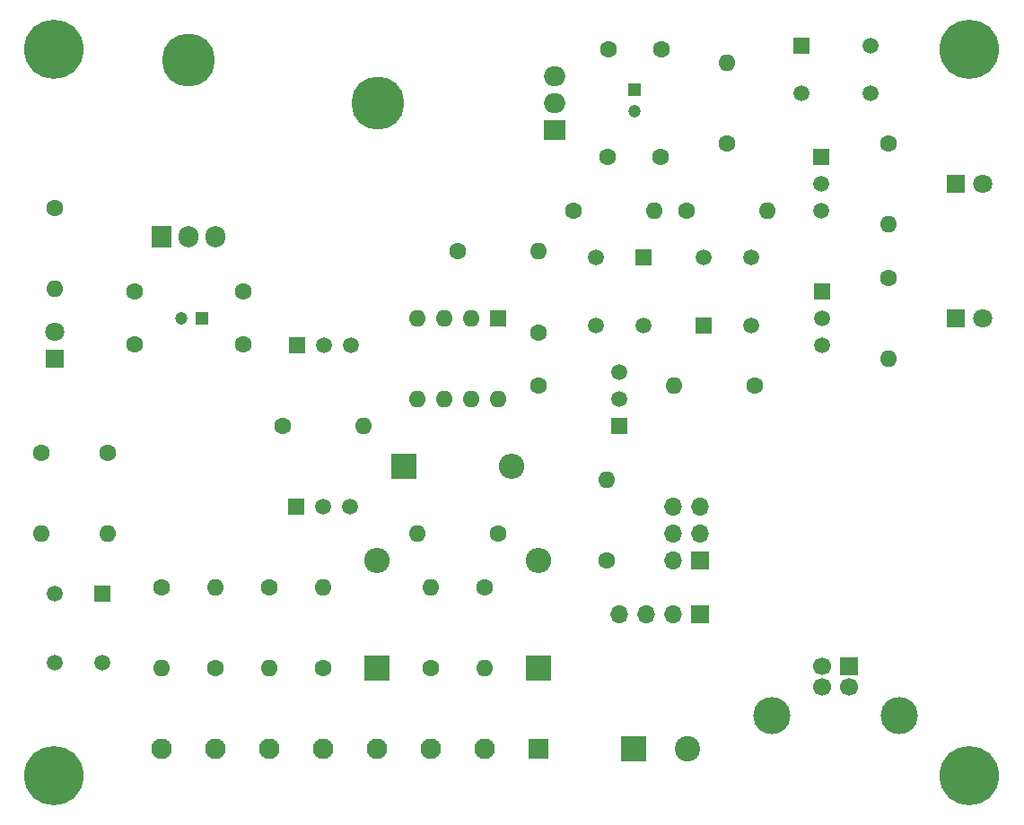
<source format=gbs>
G04 #@! TF.GenerationSoftware,KiCad,Pcbnew,7.0.1*
G04 #@! TF.CreationDate,2023-06-18T22:29:12+02:00*
G04 #@! TF.ProjectId,morsinator-3000,6d6f7273-696e-4617-946f-722d33303030,rev?*
G04 #@! TF.SameCoordinates,Original*
G04 #@! TF.FileFunction,Soldermask,Bot*
G04 #@! TF.FilePolarity,Negative*
%FSLAX46Y46*%
G04 Gerber Fmt 4.6, Leading zero omitted, Abs format (unit mm)*
G04 Created by KiCad (PCBNEW 7.0.1) date 2023-06-18 22:29:12*
%MOMM*%
%LPD*%
G01*
G04 APERTURE LIST*
%ADD10R,1.500000X1.500000*%
%ADD11C,1.500000*%
%ADD12C,5.000000*%
%ADD13R,1.905000X2.000000*%
%ADD14O,1.905000X2.000000*%
%ADD15O,2.000000X1.905000*%
%ADD16R,2.000000X1.905000*%
%ADD17R,2.400000X2.400000*%
%ADD18C,2.400000*%
%ADD19O,2.400000X2.400000*%
%ADD20C,3.600000*%
%ADD21C,5.600000*%
%ADD22C,1.600000*%
%ADD23O,1.600000X1.600000*%
%ADD24R,1.800000X1.800000*%
%ADD25C,1.800000*%
%ADD26R,1.700000X1.700000*%
%ADD27C,1.700000*%
%ADD28C,3.500000*%
%ADD29R,1.200000X1.200000*%
%ADD30C,1.200000*%
%ADD31R,1.950000X1.950000*%
%ADD32C,1.950000*%
%ADD33O,1.700000X1.700000*%
%ADD34R,1.600000X1.600000*%
G04 APERTURE END LIST*
D10*
G04 #@! TO.C,Q5*
X171450000Y-45720000D03*
D11*
X171450000Y-48260000D03*
X171450000Y-50800000D03*
G04 #@! TD*
D12*
G04 #@! TO.C,U1*
X111680000Y-23880000D03*
D13*
X109140000Y-40540000D03*
D14*
X111680000Y-40540000D03*
X114220000Y-40540000D03*
G04 #@! TD*
D15*
G04 #@! TO.C,U4*
X146177000Y-25400000D03*
X146177000Y-27940000D03*
D16*
X146177000Y-30480000D03*
D12*
X129517000Y-27940000D03*
G04 #@! TD*
D10*
G04 #@! TO.C,Q1*
X121793000Y-66040000D03*
D11*
X124333000Y-66040000D03*
X126873000Y-66040000D03*
G04 #@! TD*
D17*
G04 #@! TO.C,J5*
X153670000Y-88900000D03*
D18*
X158750000Y-88900000D03*
G04 #@! TD*
D17*
G04 #@! TO.C,D5*
X129460000Y-81260000D03*
D19*
X129460000Y-71100000D03*
G04 #@! TD*
D20*
G04 #@! TO.C,H1*
X99000000Y-91420000D03*
D21*
X99000000Y-91420000D03*
G04 #@! TD*
D22*
G04 #@! TO.C,R16*
X109140000Y-73640000D03*
D23*
X109140000Y-81260000D03*
G04 #@! TD*
D24*
G04 #@! TO.C,D1*
X99060000Y-52070000D03*
D25*
X99060000Y-49530000D03*
G04 #@! TD*
D22*
G04 #@! TO.C,R7*
X151130000Y-71120000D03*
D23*
X151130000Y-63500000D03*
G04 #@! TD*
D22*
G04 #@! TO.C,C6*
X151300000Y-22840000D03*
X156300000Y-22840000D03*
G04 #@! TD*
G04 #@! TO.C,R8*
X177720000Y-31730000D03*
D23*
X177720000Y-39350000D03*
G04 #@! TD*
D22*
G04 #@! TO.C,R9*
X124380000Y-81260000D03*
D23*
X124380000Y-73640000D03*
G04 #@! TD*
D22*
G04 #@! TO.C,R5*
X147955000Y-38080000D03*
D23*
X155575000Y-38080000D03*
G04 #@! TD*
D10*
G04 #@! TO.C,Q4*
X171390000Y-33000000D03*
D11*
X171390000Y-35540000D03*
X171390000Y-38080000D03*
G04 #@! TD*
D26*
G04 #@! TO.C,J4*
X173970000Y-81052500D03*
D27*
X171470000Y-81052500D03*
X171470000Y-83052500D03*
X173970000Y-83052500D03*
D28*
X178740000Y-85762500D03*
X166700000Y-85762500D03*
G04 #@! TD*
D22*
G04 #@! TO.C,C2*
X116840000Y-45720000D03*
X116840000Y-50720000D03*
G04 #@! TD*
G04 #@! TO.C,R14*
X134540000Y-81260000D03*
D23*
X134540000Y-73640000D03*
G04 #@! TD*
D22*
G04 #@! TO.C,R11*
X97790000Y-60960000D03*
D23*
X97790000Y-68580000D03*
G04 #@! TD*
D29*
G04 #@! TO.C,C3*
X112950000Y-48240000D03*
D30*
X110950000Y-48240000D03*
G04 #@! TD*
D22*
G04 #@! TO.C,R12*
X139620000Y-73640000D03*
D23*
X139620000Y-81260000D03*
G04 #@! TD*
D22*
G04 #@! TO.C,C1*
X106600000Y-45700000D03*
X106600000Y-50700000D03*
G04 #@! TD*
G04 #@! TO.C,R3*
X162500000Y-31730000D03*
D23*
X162500000Y-24110000D03*
G04 #@! TD*
D17*
G04 #@! TO.C,D4*
X132000000Y-62230000D03*
D19*
X142160000Y-62230000D03*
G04 #@! TD*
D22*
G04 #@! TO.C,R13*
X140890000Y-68580000D03*
D23*
X133270000Y-68580000D03*
G04 #@! TD*
D29*
G04 #@! TO.C,C5*
X153760000Y-26650000D03*
D30*
X153760000Y-28650000D03*
G04 #@! TD*
D22*
G04 #@! TO.C,C4*
X151170000Y-33020000D03*
X156170000Y-33020000D03*
G04 #@! TD*
D20*
G04 #@! TO.C,H3*
X185360000Y-22840000D03*
D21*
X185360000Y-22840000D03*
G04 #@! TD*
D10*
G04 #@! TO.C,S2*
X169470000Y-22515000D03*
D11*
X175970000Y-22515000D03*
X169470000Y-27015000D03*
X175970000Y-27015000D03*
G04 #@! TD*
D17*
G04 #@! TO.C,D3*
X144700000Y-81260000D03*
D19*
X144700000Y-71100000D03*
G04 #@! TD*
D10*
G04 #@! TO.C,S1*
X160250000Y-48950000D03*
D11*
X160250000Y-42450000D03*
X164750000Y-48950000D03*
X164750000Y-42450000D03*
G04 #@! TD*
D22*
G04 #@! TO.C,R2*
X99060000Y-37846000D03*
D23*
X99060000Y-45466000D03*
G04 #@! TD*
D20*
G04 #@! TO.C,H4*
X98980000Y-22840000D03*
D21*
X98980000Y-22840000D03*
G04 #@! TD*
D20*
G04 #@! TO.C,H2*
X185360000Y-91420000D03*
D21*
X185360000Y-91420000D03*
G04 #@! TD*
D22*
G04 #@! TO.C,R18*
X165100000Y-54610000D03*
D23*
X157480000Y-54610000D03*
G04 #@! TD*
D31*
G04 #@! TO.C,J3*
X144700000Y-88880000D03*
D32*
X139620000Y-88880000D03*
X134540000Y-88880000D03*
X129460000Y-88880000D03*
X124380000Y-88880000D03*
X119300000Y-88880000D03*
X114220000Y-88880000D03*
X109140000Y-88880000D03*
G04 #@! TD*
D22*
G04 #@! TO.C,R4*
X119300000Y-73640000D03*
D23*
X119300000Y-81260000D03*
G04 #@! TD*
D22*
G04 #@! TO.C,R6*
X120570000Y-58400000D03*
D23*
X128190000Y-58400000D03*
G04 #@! TD*
D22*
G04 #@! TO.C,R15*
X114220000Y-81260000D03*
D23*
X114220000Y-73640000D03*
G04 #@! TD*
D10*
G04 #@! TO.C,Q2*
X152320000Y-58400000D03*
D11*
X152320000Y-55860000D03*
X152320000Y-53320000D03*
G04 #@! TD*
D24*
G04 #@! TO.C,D6*
X184090000Y-48240000D03*
D25*
X186630000Y-48240000D03*
G04 #@! TD*
D26*
G04 #@! TO.C,J2*
X159940000Y-76180000D03*
D33*
X157400000Y-76180000D03*
X154860000Y-76180000D03*
X152320000Y-76180000D03*
G04 #@! TD*
D26*
G04 #@! TO.C,J1*
X159960000Y-71100000D03*
D33*
X157420000Y-71100000D03*
X159960000Y-68560000D03*
X157420000Y-68560000D03*
X159960000Y-66020000D03*
X157420000Y-66020000D03*
G04 #@! TD*
D22*
G04 #@! TO.C,R10*
X104060000Y-60960000D03*
D23*
X104060000Y-68580000D03*
G04 #@! TD*
D10*
G04 #@! TO.C,Q3*
X121920000Y-50780000D03*
D11*
X124460000Y-50780000D03*
X127000000Y-50780000D03*
G04 #@! TD*
D22*
G04 #@! TO.C,R1*
X158690000Y-38080000D03*
D23*
X166310000Y-38080000D03*
G04 #@! TD*
D34*
G04 #@! TO.C,U3*
X140880000Y-48270000D03*
D23*
X138340000Y-48270000D03*
X135800000Y-48270000D03*
X133260000Y-48270000D03*
X133260000Y-55890000D03*
X135800000Y-55890000D03*
X138340000Y-55890000D03*
X140880000Y-55890000D03*
G04 #@! TD*
D11*
G04 #@! TO.C,S3*
X150070000Y-48950000D03*
X150070000Y-42450000D03*
X154570000Y-48950000D03*
D10*
X154570000Y-42450000D03*
G04 #@! TD*
G04 #@! TO.C,S4*
X103560000Y-74220000D03*
D11*
X103560000Y-80720000D03*
X99060000Y-74220000D03*
X99060000Y-80720000D03*
G04 #@! TD*
D24*
G04 #@! TO.C,D2*
X184090000Y-35540000D03*
D25*
X186630000Y-35540000D03*
G04 #@! TD*
D22*
G04 #@! TO.C,C7*
X144700000Y-54570000D03*
X144700000Y-49570000D03*
G04 #@! TD*
G04 #@! TO.C,R17*
X137100000Y-41910000D03*
D23*
X144720000Y-41910000D03*
G04 #@! TD*
D22*
G04 #@! TO.C,R19*
X177720000Y-44430000D03*
D23*
X177720000Y-52050000D03*
G04 #@! TD*
M02*

</source>
